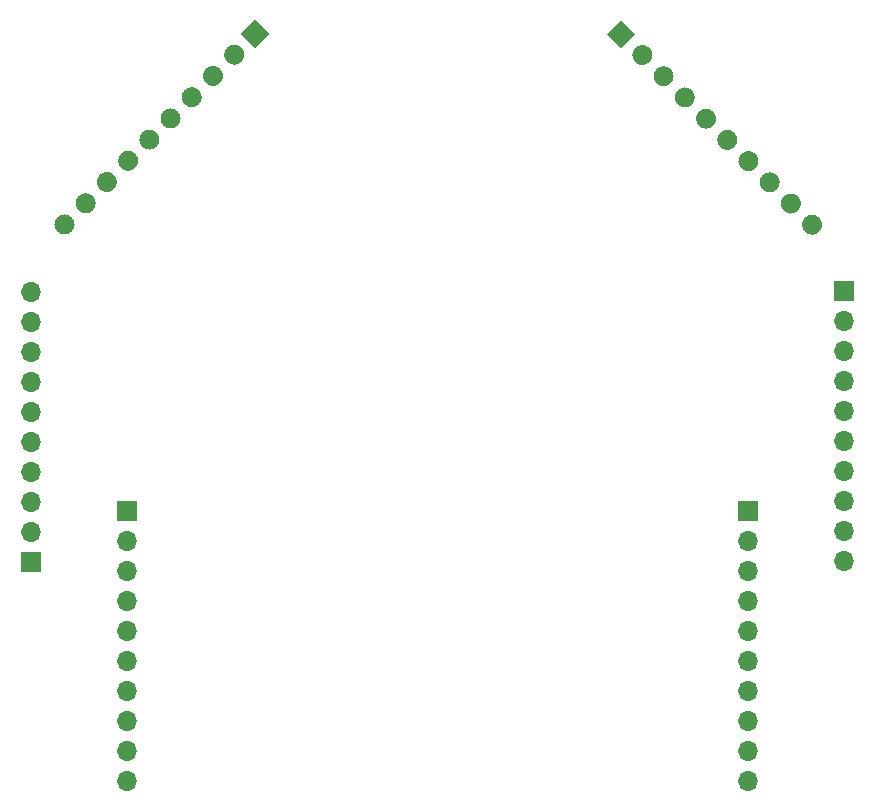
<source format=gbr>
%TF.GenerationSoftware,KiCad,Pcbnew,(5.1.8)-1*%
%TF.CreationDate,2021-12-10T09:03:27+01:00*%
%TF.ProjectId,FirePlaceFrontwall,46697265-506c-4616-9365-46726f6e7477,rev?*%
%TF.SameCoordinates,Original*%
%TF.FileFunction,Soldermask,Bot*%
%TF.FilePolarity,Negative*%
%FSLAX46Y46*%
G04 Gerber Fmt 4.6, Leading zero omitted, Abs format (unit mm)*
G04 Created by KiCad (PCBNEW (5.1.8)-1) date 2021-12-10 09:03:27*
%MOMM*%
%LPD*%
G01*
G04 APERTURE LIST*
%ADD10C,0.100000*%
%ADD11O,1.700000X1.700000*%
%ADD12R,1.700000X1.700000*%
G04 APERTURE END LIST*
%TO.C,K4*%
G36*
G01*
X91194559Y-43450841D02*
X91194559Y-43450841D01*
G75*
G02*
X91194559Y-42248759I601041J601041D01*
G01*
X91194559Y-42248759D01*
G75*
G02*
X92396641Y-42248759I601041J-601041D01*
G01*
X92396641Y-42248759D01*
G75*
G02*
X92396641Y-43450841I-601041J-601041D01*
G01*
X92396641Y-43450841D01*
G75*
G02*
X91194559Y-43450841I-601041J601041D01*
G01*
G37*
G36*
G01*
X89398508Y-41654790D02*
X89398508Y-41654790D01*
G75*
G02*
X89398508Y-40452708I601041J601041D01*
G01*
X89398508Y-40452708D01*
G75*
G02*
X90600590Y-40452708I601041J-601041D01*
G01*
X90600590Y-40452708D01*
G75*
G02*
X90600590Y-41654790I-601041J-601041D01*
G01*
X90600590Y-41654790D01*
G75*
G02*
X89398508Y-41654790I-601041J601041D01*
G01*
G37*
G36*
G01*
X87602457Y-39858739D02*
X87602457Y-39858739D01*
G75*
G02*
X87602457Y-38656657I601041J601041D01*
G01*
X87602457Y-38656657D01*
G75*
G02*
X88804539Y-38656657I601041J-601041D01*
G01*
X88804539Y-38656657D01*
G75*
G02*
X88804539Y-39858739I-601041J-601041D01*
G01*
X88804539Y-39858739D01*
G75*
G02*
X87602457Y-39858739I-601041J601041D01*
G01*
G37*
G36*
G01*
X85806405Y-38062687D02*
X85806405Y-38062687D01*
G75*
G02*
X85806405Y-36860605I601041J601041D01*
G01*
X85806405Y-36860605D01*
G75*
G02*
X87008487Y-36860605I601041J-601041D01*
G01*
X87008487Y-36860605D01*
G75*
G02*
X87008487Y-38062687I-601041J-601041D01*
G01*
X87008487Y-38062687D01*
G75*
G02*
X85806405Y-38062687I-601041J601041D01*
G01*
G37*
G36*
G01*
X84010354Y-36266636D02*
X84010354Y-36266636D01*
G75*
G02*
X84010354Y-35064554I601041J601041D01*
G01*
X84010354Y-35064554D01*
G75*
G02*
X85212436Y-35064554I601041J-601041D01*
G01*
X85212436Y-35064554D01*
G75*
G02*
X85212436Y-36266636I-601041J-601041D01*
G01*
X85212436Y-36266636D01*
G75*
G02*
X84010354Y-36266636I-601041J601041D01*
G01*
G37*
G36*
G01*
X82214303Y-34470585D02*
X82214303Y-34470585D01*
G75*
G02*
X82214303Y-33268503I601041J601041D01*
G01*
X82214303Y-33268503D01*
G75*
G02*
X83416385Y-33268503I601041J-601041D01*
G01*
X83416385Y-33268503D01*
G75*
G02*
X83416385Y-34470585I-601041J-601041D01*
G01*
X83416385Y-34470585D01*
G75*
G02*
X82214303Y-34470585I-601041J601041D01*
G01*
G37*
G36*
G01*
X80418252Y-32674534D02*
X80418252Y-32674534D01*
G75*
G02*
X80418252Y-31472452I601041J601041D01*
G01*
X80418252Y-31472452D01*
G75*
G02*
X81620334Y-31472452I601041J-601041D01*
G01*
X81620334Y-31472452D01*
G75*
G02*
X81620334Y-32674534I-601041J-601041D01*
G01*
X81620334Y-32674534D01*
G75*
G02*
X80418252Y-32674534I-601041J601041D01*
G01*
G37*
G36*
G01*
X78622200Y-30878482D02*
X78622200Y-30878482D01*
G75*
G02*
X78622200Y-29676400I601041J601041D01*
G01*
X78622200Y-29676400D01*
G75*
G02*
X79824282Y-29676400I601041J-601041D01*
G01*
X79824282Y-29676400D01*
G75*
G02*
X79824282Y-30878482I-601041J-601041D01*
G01*
X79824282Y-30878482D01*
G75*
G02*
X78622200Y-30878482I-601041J601041D01*
G01*
G37*
G36*
G01*
X76826149Y-29082431D02*
X76826149Y-29082431D01*
G75*
G02*
X76826149Y-27880349I601041J601041D01*
G01*
X76826149Y-27880349D01*
G75*
G02*
X78028231Y-27880349I601041J-601041D01*
G01*
X78028231Y-27880349D01*
G75*
G02*
X78028231Y-29082431I-601041J-601041D01*
G01*
X78028231Y-29082431D01*
G75*
G02*
X76826149Y-29082431I-601041J601041D01*
G01*
G37*
D10*
G36*
X75631139Y-27887421D02*
G01*
X74429057Y-26685339D01*
X75631139Y-25483257D01*
X76833221Y-26685339D01*
X75631139Y-27887421D01*
G37*
%TD*%
D11*
%TO.C,K3*%
X94538800Y-71348600D03*
X94538800Y-68808600D03*
X94538800Y-66268600D03*
X94538800Y-63728600D03*
X94538800Y-61188600D03*
X94538800Y-58648600D03*
X94538800Y-56108600D03*
X94538800Y-53568600D03*
X94538800Y-51028600D03*
D12*
X94538800Y-48488600D03*
%TD*%
%TO.C,K2*%
G36*
G01*
X27897759Y-42223359D02*
X27897759Y-42223359D01*
G75*
G02*
X29099841Y-42223359I601041J-601041D01*
G01*
X29099841Y-42223359D01*
G75*
G02*
X29099841Y-43425441I-601041J-601041D01*
G01*
X29099841Y-43425441D01*
G75*
G02*
X27897759Y-43425441I-601041J601041D01*
G01*
X27897759Y-43425441D01*
G75*
G02*
X27897759Y-42223359I601041J601041D01*
G01*
G37*
G36*
G01*
X29693810Y-40427308D02*
X29693810Y-40427308D01*
G75*
G02*
X30895892Y-40427308I601041J-601041D01*
G01*
X30895892Y-40427308D01*
G75*
G02*
X30895892Y-41629390I-601041J-601041D01*
G01*
X30895892Y-41629390D01*
G75*
G02*
X29693810Y-41629390I-601041J601041D01*
G01*
X29693810Y-41629390D01*
G75*
G02*
X29693810Y-40427308I601041J601041D01*
G01*
G37*
G36*
G01*
X31489861Y-38631257D02*
X31489861Y-38631257D01*
G75*
G02*
X32691943Y-38631257I601041J-601041D01*
G01*
X32691943Y-38631257D01*
G75*
G02*
X32691943Y-39833339I-601041J-601041D01*
G01*
X32691943Y-39833339D01*
G75*
G02*
X31489861Y-39833339I-601041J601041D01*
G01*
X31489861Y-39833339D01*
G75*
G02*
X31489861Y-38631257I601041J601041D01*
G01*
G37*
G36*
G01*
X33285913Y-36835205D02*
X33285913Y-36835205D01*
G75*
G02*
X34487995Y-36835205I601041J-601041D01*
G01*
X34487995Y-36835205D01*
G75*
G02*
X34487995Y-38037287I-601041J-601041D01*
G01*
X34487995Y-38037287D01*
G75*
G02*
X33285913Y-38037287I-601041J601041D01*
G01*
X33285913Y-38037287D01*
G75*
G02*
X33285913Y-36835205I601041J601041D01*
G01*
G37*
G36*
G01*
X35081964Y-35039154D02*
X35081964Y-35039154D01*
G75*
G02*
X36284046Y-35039154I601041J-601041D01*
G01*
X36284046Y-35039154D01*
G75*
G02*
X36284046Y-36241236I-601041J-601041D01*
G01*
X36284046Y-36241236D01*
G75*
G02*
X35081964Y-36241236I-601041J601041D01*
G01*
X35081964Y-36241236D01*
G75*
G02*
X35081964Y-35039154I601041J601041D01*
G01*
G37*
G36*
G01*
X36878015Y-33243103D02*
X36878015Y-33243103D01*
G75*
G02*
X38080097Y-33243103I601041J-601041D01*
G01*
X38080097Y-33243103D01*
G75*
G02*
X38080097Y-34445185I-601041J-601041D01*
G01*
X38080097Y-34445185D01*
G75*
G02*
X36878015Y-34445185I-601041J601041D01*
G01*
X36878015Y-34445185D01*
G75*
G02*
X36878015Y-33243103I601041J601041D01*
G01*
G37*
G36*
G01*
X38674066Y-31447052D02*
X38674066Y-31447052D01*
G75*
G02*
X39876148Y-31447052I601041J-601041D01*
G01*
X39876148Y-31447052D01*
G75*
G02*
X39876148Y-32649134I-601041J-601041D01*
G01*
X39876148Y-32649134D01*
G75*
G02*
X38674066Y-32649134I-601041J601041D01*
G01*
X38674066Y-32649134D01*
G75*
G02*
X38674066Y-31447052I601041J601041D01*
G01*
G37*
G36*
G01*
X40470118Y-29651000D02*
X40470118Y-29651000D01*
G75*
G02*
X41672200Y-29651000I601041J-601041D01*
G01*
X41672200Y-29651000D01*
G75*
G02*
X41672200Y-30853082I-601041J-601041D01*
G01*
X41672200Y-30853082D01*
G75*
G02*
X40470118Y-30853082I-601041J601041D01*
G01*
X40470118Y-30853082D01*
G75*
G02*
X40470118Y-29651000I601041J601041D01*
G01*
G37*
G36*
G01*
X42266169Y-27854949D02*
X42266169Y-27854949D01*
G75*
G02*
X43468251Y-27854949I601041J-601041D01*
G01*
X43468251Y-27854949D01*
G75*
G02*
X43468251Y-29057031I-601041J-601041D01*
G01*
X43468251Y-29057031D01*
G75*
G02*
X42266169Y-29057031I-601041J601041D01*
G01*
X42266169Y-29057031D01*
G75*
G02*
X42266169Y-27854949I601041J601041D01*
G01*
G37*
D10*
G36*
X43461179Y-26659939D02*
G01*
X44663261Y-25457857D01*
X45865343Y-26659939D01*
X44663261Y-27862021D01*
X43461179Y-26659939D01*
G37*
%TD*%
D11*
%TO.C,K1*%
X25654000Y-48515000D03*
X25654000Y-51055000D03*
X25654000Y-53595000D03*
X25654000Y-56135000D03*
X25654000Y-58675000D03*
X25654000Y-61215000D03*
X25654000Y-63755000D03*
X25654000Y-66295000D03*
X25654000Y-68835000D03*
D12*
X25654000Y-71375000D03*
%TD*%
D11*
%TO.C,K6*%
X86360000Y-89916000D03*
X86360000Y-87376000D03*
X86360000Y-84836000D03*
X86360000Y-82296000D03*
X86360000Y-79756000D03*
X86360000Y-77216000D03*
X86360000Y-74676000D03*
X86360000Y-72136000D03*
X86360000Y-69596000D03*
D12*
X86360000Y-67056000D03*
%TD*%
D11*
%TO.C,K5*%
X33782000Y-89916000D03*
X33782000Y-87376000D03*
X33782000Y-84836000D03*
X33782000Y-82296000D03*
X33782000Y-79756000D03*
X33782000Y-77216000D03*
X33782000Y-74676000D03*
X33782000Y-72136000D03*
X33782000Y-69596000D03*
D12*
X33782000Y-67056000D03*
%TD*%
M02*

</source>
